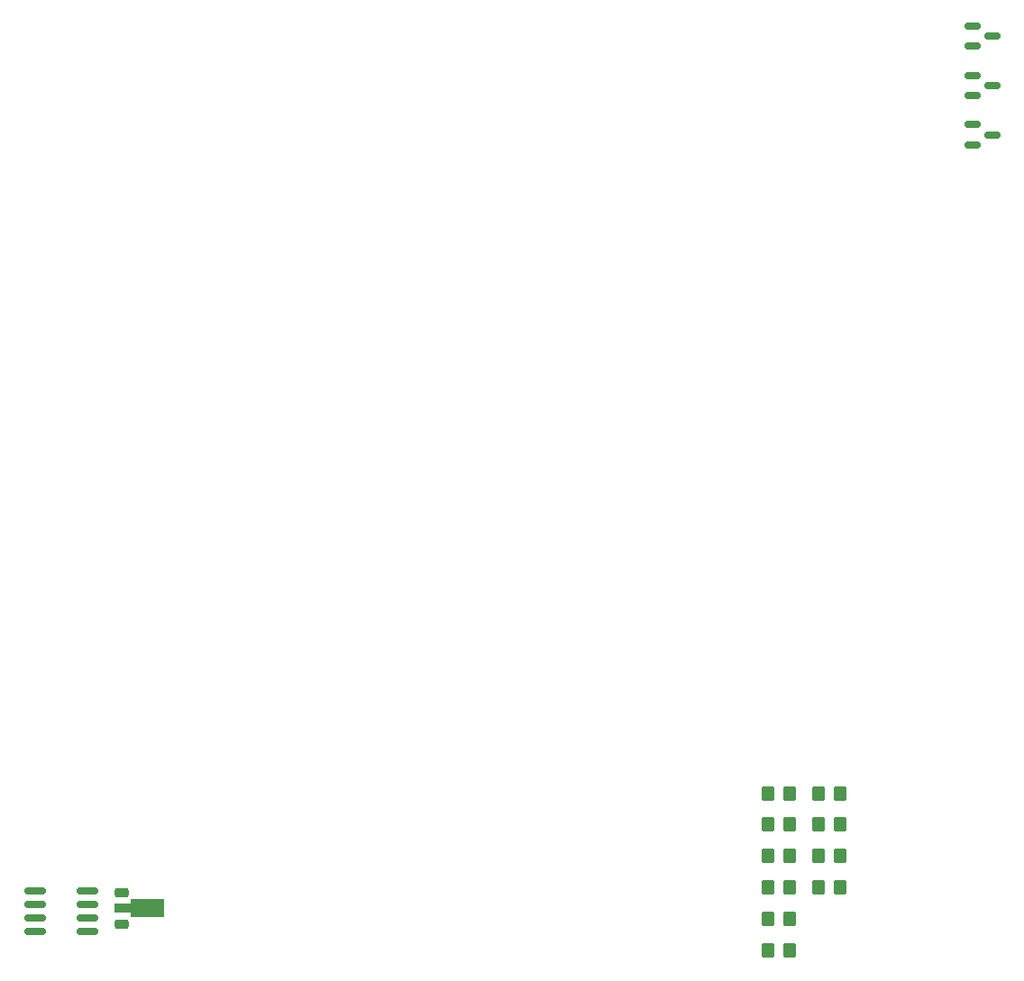
<source format=gtp>
%TF.GenerationSoftware,KiCad,Pcbnew,8.0.5*%
%TF.CreationDate,2024-09-22T13:44:18+02:00*%
%TF.ProjectId,gain_box,6761696e-5f62-46f7-982e-6b696361645f,rev?*%
%TF.SameCoordinates,Original*%
%TF.FileFunction,Paste,Top*%
%TF.FilePolarity,Positive*%
%FSLAX46Y46*%
G04 Gerber Fmt 4.6, Leading zero omitted, Abs format (unit mm)*
G04 Created by KiCad (PCBNEW 8.0.5) date 2024-09-22 13:44:18*
%MOMM*%
%LPD*%
G01*
G04 APERTURE LIST*
G04 Aperture macros list*
%AMRoundRect*
0 Rectangle with rounded corners*
0 $1 Rounding radius*
0 $2 $3 $4 $5 $6 $7 $8 $9 X,Y pos of 4 corners*
0 Add a 4 corners polygon primitive as box body*
4,1,4,$2,$3,$4,$5,$6,$7,$8,$9,$2,$3,0*
0 Add four circle primitives for the rounded corners*
1,1,$1+$1,$2,$3*
1,1,$1+$1,$4,$5*
1,1,$1+$1,$6,$7*
1,1,$1+$1,$8,$9*
0 Add four rect primitives between the rounded corners*
20,1,$1+$1,$2,$3,$4,$5,0*
20,1,$1+$1,$4,$5,$6,$7,0*
20,1,$1+$1,$6,$7,$8,$9,0*
20,1,$1+$1,$8,$9,$2,$3,0*%
%AMFreePoly0*
4,1,9,3.862500,-0.866500,0.737500,-0.866500,0.737500,-0.450000,-0.737500,-0.450000,-0.737500,0.450000,0.737500,0.450000,0.737500,0.866500,3.862500,0.866500,3.862500,-0.866500,3.862500,-0.866500,$1*%
G04 Aperture macros list end*
%ADD10RoundRect,0.250000X-0.350000X-0.450000X0.350000X-0.450000X0.350000X0.450000X-0.350000X0.450000X0*%
%ADD11RoundRect,0.150000X-0.587500X-0.150000X0.587500X-0.150000X0.587500X0.150000X-0.587500X0.150000X0*%
%ADD12RoundRect,0.225000X-0.425000X-0.225000X0.425000X-0.225000X0.425000X0.225000X-0.425000X0.225000X0*%
%ADD13FreePoly0,0.000000*%
%ADD14RoundRect,0.150000X-0.825000X-0.150000X0.825000X-0.150000X0.825000X0.150000X-0.825000X0.150000X0*%
G04 APERTURE END LIST*
D10*
%TO.C,R26*%
X138590000Y-149430000D03*
X140590000Y-149430000D03*
%TD*%
%TO.C,R21*%
X138590000Y-143530000D03*
X140590000Y-143530000D03*
%TD*%
%TO.C,R29*%
X143340000Y-140580000D03*
X145340000Y-140580000D03*
%TD*%
D11*
%TO.C,Q3*%
X157782500Y-71835000D03*
X157782500Y-73735000D03*
X159657500Y-72785000D03*
%TD*%
D10*
%TO.C,R18*%
X138590000Y-134680000D03*
X140590000Y-134680000D03*
%TD*%
%TO.C,R27*%
X143340000Y-134680000D03*
X145340000Y-134680000D03*
%TD*%
%TO.C,R20*%
X138590000Y-140580000D03*
X140590000Y-140580000D03*
%TD*%
D12*
%TO.C,U6*%
X77850000Y-144005000D03*
D13*
X77937500Y-145505000D03*
D12*
X77850000Y-147005000D03*
%TD*%
D10*
%TO.C,R30*%
X143340000Y-143530000D03*
X145340000Y-143530000D03*
%TD*%
D14*
%TO.C,U7*%
X69725000Y-143855000D03*
X69725000Y-145125000D03*
X69725000Y-146395000D03*
X69725000Y-147665000D03*
X74675000Y-147665000D03*
X74675000Y-146395000D03*
X74675000Y-145125000D03*
X74675000Y-143855000D03*
%TD*%
D10*
%TO.C,R25*%
X138590000Y-146480000D03*
X140590000Y-146480000D03*
%TD*%
D11*
%TO.C,Q2*%
X157782500Y-67210000D03*
X157782500Y-69110000D03*
X159657500Y-68160000D03*
%TD*%
D10*
%TO.C,R19*%
X138590000Y-137630000D03*
X140590000Y-137630000D03*
%TD*%
%TO.C,R28*%
X143340000Y-137630000D03*
X145340000Y-137630000D03*
%TD*%
D11*
%TO.C,Q1*%
X157782500Y-62585000D03*
X157782500Y-64485000D03*
X159657500Y-63535000D03*
%TD*%
M02*

</source>
